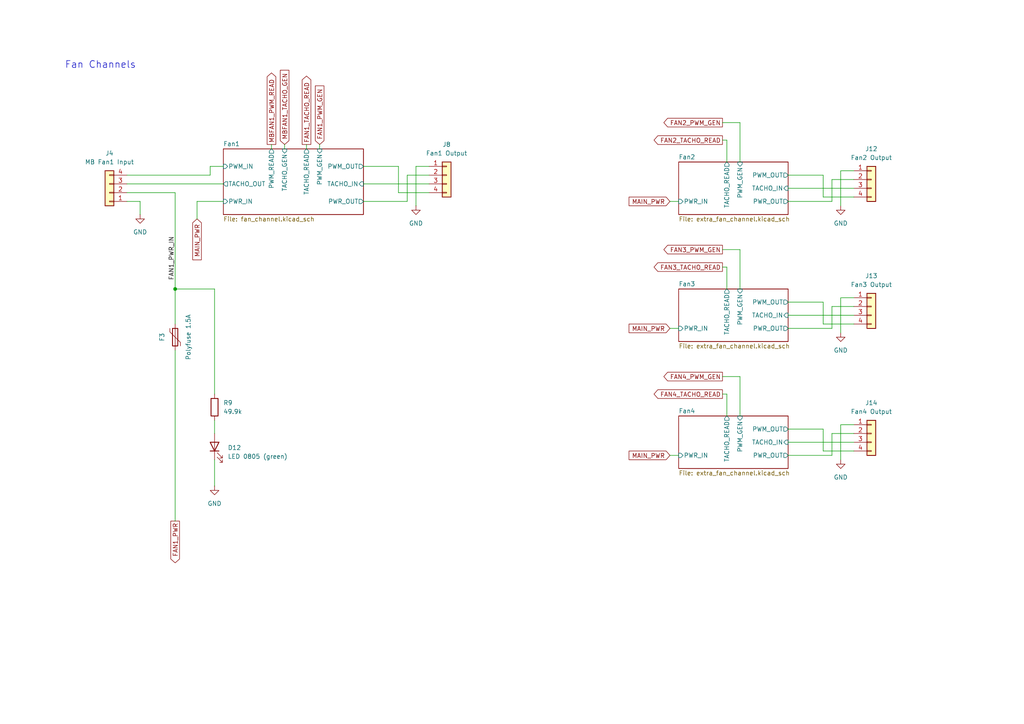
<source format=kicad_sch>
(kicad_sch (version 20231120) (generator "eeschema") (generator_version "8.0")
  (paper "A4")
  (title_block (title "FanPico-0401D v1.1") (date "2024-08-15") (company "Timo Kokkonen <tjko@iki.fi>") (comment 3 "Fanpico firmware reference PCB."))
  (lib_symbols
    (symbol "Connector_Generic:Conn_01x04" (pin_names (offset 1.016) hide)
      (property "Reference" "J" (at 0 5.08 0))
      (property "Value" "Conn_01x04" (at 0 -7.62 0))
      (symbol "Conn_01x04_1_1"
        (rectangle (start -1.27 -4.953) (end 0 -5.207) (stroke (width 0.1524)))
        (rectangle (start -1.27 -2.413) (end 0 -2.667) (stroke (width 0.1524)))
        (rectangle (start -1.27 0.127) (end 0 -0.127) (stroke (width 0.1524)))
        (rectangle (start -1.27 2.667) (end 0 2.413) (stroke (width 0.1524)))
        (rectangle (start -1.27 3.81) (end 1.27 -6.35) (stroke (width 0.254)) (fill (type background)))
        (pin passive line (at -5.08 2.54 0) (length 3.81) (name "Pin_1") (number "1"))
        (pin passive line (at -5.08 0 0) (length 3.81) (name "Pin_2") (number "2"))
        (pin passive line (at -5.08 -2.54 0) (length 3.81) (name "Pin_3") (number "3"))
        (pin passive line (at -5.08 -5.08 0) (length 3.81) (name "Pin_4") (number "4"))
      )
    )
    (symbol "Device:LED" (pin_numbers hide) (pin_names (offset 1.016) hide)
      (property "Reference" "D" (at 0 2.54 0))
      (property "Value" "LED" (at 0 -2.54 0))
      (symbol "LED_0_1"
        (polyline (pts (xy -1.27 -1.27) (xy -1.27 1.27)) (stroke (width 0.254)))
        (polyline (pts (xy -1.27 0) (xy 1.27 0)))
        (polyline (pts (xy 1.27 -1.27) (xy 1.27 1.27) (xy -1.27 0) (xy 1.27 -1.27)) (stroke (width 0.254)))
        (polyline (pts (xy -3.048 -0.762) (xy -4.572 -2.286) (xy -3.81 -2.286) (xy -4.572 -2.286) (xy -4.572 -1.524)))
        (polyline (pts (xy -1.778 -0.762) (xy -3.302 -2.286) (xy -2.54 -2.286) (xy -3.302 -2.286) (xy -3.302 -1.524)))
      )
      (symbol "LED_1_1"
        (pin passive line (at -3.81 0 0) (length 2.54) (name "K") (number "1"))
        (pin passive line (at 3.81 0 180) (length 2.54) (name "A") (number "2"))
      )
    )
    (symbol "Device:Polyfuse" (pin_numbers hide) (pin_names (offset 0))
      (property "Reference" "F" (at -2.54 0 90))
      (property "Value" "Polyfuse" (at 2.54 0 90))
      (symbol "Polyfuse_0_1"
        (rectangle (start -0.762 2.54) (end 0.762 -2.54) (stroke (width 0.254)))
        (polyline (pts (xy 0 2.54) (xy 0 -2.54)))
        (polyline (pts (xy -1.524 2.54) (xy -1.524 1.524) (xy 1.524 -1.524) (xy 1.524 -2.54)))
      )
      (symbol "Polyfuse_1_1"
        (pin passive line (at 0 3.81 270) (length 1.27) (name "~") (number "1"))
        (pin passive line (at 0 -3.81 90) (length 1.27) (name "~") (number "2"))
      )
    )
    (symbol "Device:R" (pin_numbers hide) (pin_names (offset 0))
      (property "Reference" "R" (at 2.032 0 90))
      (property "Value" "R" (at 0 0 90))
      (symbol "R_0_1"
        (rectangle (start -1.016 -2.54) (end 1.016 2.54) (stroke (width 0.254)))
      )
      (symbol "R_1_1"
        (pin passive line (at 0 3.81 270) (length 1.27) (name "~") (number "1"))
        (pin passive line (at 0 -3.81 90) (length 1.27) (name "~") (number "2"))
      )
    )
    (symbol "power:GND" (power) (pin_numbers hide) (pin_names (offset 0) hide)
      (property "Value" "GND" (at 0 -3.81 0))
      (symbol "GND_0_1"
        (polyline (pts (xy 0 0) (xy 0 -1.27) (xy 1.27 -1.27) (xy 0 -2.54) (xy -1.27 -1.27) (xy 0 -1.27)))
      )
      (symbol "GND_1_1"
        (pin power_in line (at 0 0 270) (length 0) (name "~") (number "1"))
      )
    )
  )
  (junction (at 50.8 83.82))
  (wire (pts (xy 228.6 95.25) (xy 241.3 95.25)))
  (wire (pts (xy 228.6 132.08) (xy 241.3 132.08)))
  (wire (pts (xy 228.6 54.61) (xy 247.65 54.61)))
  (wire (pts (xy 228.6 50.8) (xy 238.76 50.8)))
  (wire (pts (xy 241.3 132.08) (xy 241.3 125.73)))
  (wire (pts (xy 118.11 50.8) (xy 124.46 50.8)))
  (wire (pts (xy 228.6 124.46) (xy 238.76 124.46)))
  (wire (pts (xy 62.23 83.82) (xy 50.8 83.82)))
  (wire (pts (xy 238.76 93.98) (xy 247.65 93.98)))
  (wire (pts (xy 243.84 96.52) (xy 243.84 86.36)))
  (wire (pts (xy 78.74 41.91) (xy 78.74 43.18)))
  (wire (pts (xy 50.8 55.88) (xy 36.83 55.88)))
  (wire (pts (xy 62.23 83.82) (xy 62.23 114.3)))
  (wire (pts (xy 88.9 41.91) (xy 88.9 43.18)))
  (wire (pts (xy 238.76 57.15) (xy 247.65 57.15)))
  (wire (pts (xy 238.76 124.46) (xy 238.76 130.81)))
  (wire (pts (xy 57.15 63.5) (xy 57.15 58.42)))
  (wire (pts (xy 62.23 121.92) (xy 62.23 125.73)))
  (wire (pts (xy 214.63 109.22) (xy 209.55 109.22)))
  (wire (pts (xy 238.76 87.63) (xy 238.76 93.98)))
  (wire (pts (xy 214.63 109.22) (xy 214.63 120.65)))
  (wire (pts (xy 228.6 58.42) (xy 241.3 58.42)))
  (wire (pts (xy 228.6 87.63) (xy 238.76 87.63)))
  (wire (pts (xy 210.82 40.64) (xy 210.82 46.99)))
  (wire (pts (xy 115.57 48.26) (xy 115.57 55.88)))
  (wire (pts (xy 241.3 125.73) (xy 247.65 125.73)))
  (wire (pts (xy 238.76 130.81) (xy 247.65 130.81)))
  (wire (pts (xy 243.84 123.19) (xy 247.65 123.19)))
  (wire (pts (xy 228.6 128.27) (xy 247.65 128.27)))
  (wire (pts (xy 210.82 40.64) (xy 209.55 40.64)))
  (wire (pts (xy 105.41 58.42) (xy 118.11 58.42)))
  (wire (pts (xy 214.63 35.56) (xy 209.55 35.56)))
  (wire (pts (xy 36.83 50.8) (xy 60.96 50.8)))
  (wire (pts (xy 105.41 48.26) (xy 115.57 48.26)))
  (wire (pts (xy 243.84 86.36) (xy 247.65 86.36)))
  (wire (pts (xy 124.46 48.26) (xy 120.65 48.26)))
  (wire (pts (xy 214.63 72.39) (xy 214.63 83.82)))
  (wire (pts (xy 60.96 48.26) (xy 64.77 48.26)))
  (wire (pts (xy 115.57 55.88) (xy 124.46 55.88)))
  (wire (pts (xy 194.31 58.42) (xy 196.85 58.42)))
  (wire (pts (xy 214.63 72.39) (xy 209.55 72.39)))
  (wire (pts (xy 241.3 88.9) (xy 247.65 88.9)))
  (wire (pts (xy 194.31 132.08) (xy 196.85 132.08)))
  (wire (pts (xy 50.8 55.88) (xy 50.8 83.82)))
  (wire (pts (xy 105.41 53.34) (xy 124.46 53.34)))
  (wire (pts (xy 40.64 62.23) (xy 40.64 58.42)))
  (wire (pts (xy 243.84 59.69) (xy 243.84 49.53)))
  (wire (pts (xy 50.8 101.6) (xy 50.8 151.13)))
  (wire (pts (xy 228.6 91.44) (xy 247.65 91.44)))
  (wire (pts (xy 118.11 58.42) (xy 118.11 50.8)))
  (wire (pts (xy 210.82 114.3) (xy 210.82 120.65)))
  (wire (pts (xy 57.15 58.42) (xy 64.77 58.42)))
  (wire (pts (xy 40.64 58.42) (xy 36.83 58.42)))
  (wire (pts (xy 243.84 49.53) (xy 247.65 49.53)))
  (wire (pts (xy 243.84 133.35) (xy 243.84 123.19)))
  (wire (pts (xy 210.82 77.47) (xy 209.55 77.47)))
  (wire (pts (xy 238.76 50.8) (xy 238.76 57.15)))
  (wire (pts (xy 194.31 95.25) (xy 196.85 95.25)))
  (wire (pts (xy 241.3 95.25) (xy 241.3 88.9)))
  (wire (pts (xy 210.82 77.47) (xy 210.82 83.82)))
  (wire (pts (xy 62.23 133.35) (xy 62.23 140.97)))
  (wire (pts (xy 36.83 53.34) (xy 64.77 53.34)))
  (wire (pts (xy 60.96 50.8) (xy 60.96 48.26)))
  (wire (pts (xy 241.3 52.07) (xy 247.65 52.07)))
  (wire (pts (xy 82.55 41.91) (xy 82.55 43.18)))
  (wire (pts (xy 92.71 41.91) (xy 92.71 43.18)))
  (wire (pts (xy 210.82 114.3) (xy 209.55 114.3)))
  (wire (pts (xy 214.63 35.56) (xy 214.63 46.99)))
  (wire (pts (xy 120.65 48.26) (xy 120.65 59.69)))
  (wire (pts (xy 241.3 58.42) (xy 241.3 52.07)))
  (wire (pts (xy 50.8 83.82) (xy 50.8 93.98)))
  (text "Fan Channels" (at 18.796 20.066 0) (effects (font (size 2 2)) (justify left bottom)))
  (label "FAN1_PWR_IN" (at 50.8 81.28 90))
  (global_label "FAN1_PWM_GEN" (shape input) (at 92.71 41.91 90) (property "Intersheetrefs" "${INTERSHEET_REFS}" (effects (hide yes))))
  (global_label "MAIN_PWR" (shape input) (at 194.31 132.08 180) (property "Intersheetrefs" "${INTERSHEET_REFS}" (effects (hide yes))))
  (global_label "FAN1_TACHO_READ" (shape output) (at 88.9 41.91 90) (property "Intersheetrefs" "${INTERSHEET_REFS}" (effects (hide yes))))
  (global_label "FAN4_TACHO_READ" (shape output) (at 209.55 114.3 180) (property "Intersheetrefs" "${INTERSHEET_REFS}" (effects (hide yes))))
  (global_label "FAN2_TACHO_READ" (shape output) (at 209.55 40.64 180) (property "Intersheetrefs" "${INTERSHEET_REFS}" (effects (hide yes))))
  (global_label "FAN1_PWR" (shape output) (at 50.8 151.13 270) (property "Intersheetrefs" "${INTERSHEET_REFS}" (effects (hide yes))))
  (global_label "FAN4_PWM_GEN" (shape output) (at 209.55 109.22 180) (property "Intersheetrefs" "${INTERSHEET_REFS}" (effects (hide yes))))
  (global_label "FAN3_PWM_GEN" (shape output) (at 209.55 72.39 180) (property "Intersheetrefs" "${INTERSHEET_REFS}" (effects (hide yes))))
  (global_label "FAN3_TACHO_READ" (shape output) (at 209.55 77.47 180) (property "Intersheetrefs" "${INTERSHEET_REFS}" (effects (hide yes))))
  (global_label "MBFAN1_PWM_READ" (shape output) (at 78.74 41.91 90) (property "Intersheetrefs" "${INTERSHEET_REFS}" (effects (hide yes))))
  (global_label "MAIN_PWR" (shape input) (at 194.31 95.25 180) (property "Intersheetrefs" "${INTERSHEET_REFS}" (effects (hide yes))))
  (global_label "MBFAN1_TACHO_GEN" (shape input) (at 82.55 41.91 90) (property "Intersheetrefs" "${INTERSHEET_REFS}" (effects (hide yes))))
  (global_label "FAN2_PWM_GEN" (shape output) (at 209.55 35.56 180) (property "Intersheetrefs" "${INTERSHEET_REFS}" (effects (hide yes))))
  (global_label "MAIN_PWR" (shape input) (at 57.15 63.5 270) (property "Intersheetrefs" "${INTERSHEET_REFS}" (effects (hide yes))))
  (global_label "MAIN_PWR" (shape input) (at 194.31 58.42 180) (property "Intersheetrefs" "${INTERSHEET_REFS}" (effects (hide yes))))
  (symbol (lib_id "Connector_Generic:Conn_01x04") (at 129.54 50.8 0) (unit 1)
    (property "Reference" "J8" (at 129.54 41.91 0))
    (property "Value" "Fan1 Output" (at 129.54 44.45 0))
    (property "Footprint" "Connector:FanPinHeader_1x04_P2.54mm_Vertical" (effects (hide yes)))
    (property "Description" "Generic connector, single row, 01x04, script generated (kicad-library-utils/schlib/autogen/connector/)" (effects (hide yes)))
    (property "LCSC Part Number" "C240840" (effects (hide yes)))
    (property "Mouser Part Number" "538-47053-1000	" (effects (hide yes)))
  )
  (symbol (lib_id "Connector_Generic:Conn_01x04") (at 252.73 88.9 0) (unit 1)
    (property "Reference" "J13" (at 252.73 80.01 0))
    (property "Value" "Fan3 Output" (at 252.73 82.55 0))
    (property "Footprint" "Connector:FanPinHeader_1x04_P2.54mm_Vertical" (effects (hide yes)))
    (property "Description" "Generic connector, single row, 01x04, script generated (kicad-library-utils/schlib/autogen/connector/)" (effects (hide yes)))
    (property "LCSC Part Number" "C240840" (effects (hide yes)))
    (property "Mouser Part Number" "538-47053-1000	" (effects (hide yes)))
  )
  (symbol (lib_id "Device:LED") (at 62.23 129.54 90) (unit 1)
    (property "Reference" "D12" (at 66.04 129.8574 90) (effects (justify right)))
    (property "Value" "LED 0805 (green)" (at 66.04 132.3974 90) (effects (justify right)))
    (property "Footprint" "LED_SMD:LED_0805_2012Metric_Pad1.15x1.40mm_HandSolder" (effects (hide yes)))
    (property "Description" "Light emitting diode" (effects (hide yes)))
    (property "LCSC Part Number" "C434432" (effects (hide yes)))
    (property "Mouser Part Number" "710-150080GS75000" (effects (hide yes)))
  )
  (symbol (lib_id "Connector_Generic:Conn_01x04") (at 252.73 125.73 0) (unit 1)
    (property "Reference" "J14" (at 252.73 116.84 0))
    (property "Value" "Fan4 Output" (at 252.73 119.38 0))
    (property "Footprint" "Connector:FanPinHeader_1x04_P2.54mm_Vertical" (effects (hide yes)))
    (property "Description" "Generic connector, single row, 01x04, script generated (kicad-library-utils/schlib/autogen/connector/)" (effects (hide yes)))
    (property "LCSC Part Number" "C240840" (effects (hide yes)))
    (property "Mouser Part Number" "538-47053-1000	" (effects (hide yes)))
  )
  (symbol (lib_id "Connector_Generic:Conn_01x04") (at 252.73 52.07 0) (unit 1)
    (property "Reference" "J12" (at 252.73 43.18 0))
    (property "Value" "Fan2 Output" (at 252.73 45.72 0))
    (property "Footprint" "Connector:FanPinHeader_1x04_P2.54mm_Vertical" (effects (hide yes)))
    (property "Description" "Generic connector, single row, 01x04, script generated (kicad-library-utils/schlib/autogen/connector/)" (effects (hide yes)))
    (property "LCSC Part Number" "C240840" (effects (hide yes)))
    (property "Mouser Part Number" "538-47053-1000	" (effects (hide yes)))
  )
  (symbol (lib_id "power:GND") (at 40.64 62.23 0) (unit 1)
    (property "Reference" "#PWR017" (effects (hide yes)))
    (property "Value" "GND" (at 40.64 67.31 0))
    (property "Description" "Power symbol creates a global label with name \"GND\" , ground" (effects (hide yes)))
  )
  (symbol (lib_id "power:GND") (at 243.84 133.35 0) (unit 1)
    (property "Reference" "#PWR027" (effects (hide yes)))
    (property "Value" "GND" (at 243.84 138.43 0))
    (property "Description" "Power symbol creates a global label with name \"GND\" , ground" (effects (hide yes)))
  )
  (symbol (lib_id "power:GND") (at 243.84 96.52 0) (unit 1)
    (property "Reference" "#PWR026" (effects (hide yes)))
    (property "Value" "GND" (at 243.84 101.6 0))
    (property "Description" "Power symbol creates a global label with name \"GND\" , ground" (effects (hide yes)))
  )
  (symbol (lib_id "Device:Polyfuse") (at 50.8 97.79 180) (unit 1)
    (property "Reference" "F3" (at 46.99 97.79 90))
    (property "Value" "Polyfuse 1.5A" (at 54.61 97.79 90))
    (property "Footprint" "Fuse:Fuse_2920_7451Metric_Pad2.10x5.45mm_HandSolder" (effects (hide yes)))
    (property "Description" "Resettable fuse, polymeric positive temperature coefficient" (effects (hide yes)))
    (property "LCSC Part Number" "C70138 or C22447157" (effects (hide yes)))
  )
  (symbol (lib_id "Connector_Generic:Conn_01x04") (at 31.75 55.88 180) (unit 1)
    (property "Reference" "J4" (at 31.75 44.45 0))
    (property "Value" "MB Fan1 Input" (at 31.75 46.99 0))
    (property "Footprint" "Connector:FanPinHeader_1x04_P2.54mm_Vertical" (effects (hide yes)))
    (property "Description" "Generic connector, single row, 01x04, script generated (kicad-library-utils/schlib/autogen/connector/)" (effects (hide yes)))
    (property "LCSC Part Number" "C240840" (effects (hide yes)))
    (property "Mouser Part Number" "538-47053-1000	" (effects (hide yes)))
  )
  (symbol (lib_id "power:GND") (at 120.65 59.69 0) (unit 1)
    (property "Reference" "#PWR021" (effects (hide yes)))
    (property "Value" "GND" (at 120.65 64.77 0))
    (property "Description" "Power symbol creates a global label with name \"GND\" , ground" (effects (hide yes)))
  )
  (symbol (lib_id "power:GND") (at 243.84 59.69 0) (unit 1)
    (property "Reference" "#PWR025" (effects (hide yes)))
    (property "Value" "GND" (at 243.84 64.77 0))
    (property "Description" "Power symbol creates a global label with name \"GND\" , ground" (effects (hide yes)))
  )
  (symbol (lib_id "Device:R") (at 62.23 118.11 0) (unit 1)
    (property "Reference" "R9" (at 64.77 116.8399 0) (effects (justify left)))
    (property "Value" "49.9k" (at 64.77 119.3799 0) (effects (justify left)))
    (property "Footprint" "Resistor_SMD:R_0603_1608Metric_Pad0.98x0.95mm_HandSolder" (effects (hide yes)))
    (property "Description" "Resistor" (effects (hide yes)))
    (property "LCSC Part Number" "C114624" (effects (hide yes)))
  )
  (symbol (lib_id "power:GND") (at 62.23 140.97 0) (unit 1)
    (property "Reference" "#PWR09" (effects (hide yes)))
    (property "Value" "GND" (at 62.23 146.05 0))
    (property "Description" "Power symbol creates a global label with name \"GND\" , ground" (effects (hide yes)))
  )
  (sheet (at 196.85 83.82) (size 31.75 15.24) (stroke (width 0.1524))
    (property "Sheetname" "Fan3" (at 196.85 83.1084 0) (effects (justify left bottom)))
    (property "Sheetfile" "extra_fan_channel.kicad_sch" (at 196.85 99.6446 0) (effects (justify left top)))
    (pin "TACHO_IN" input (at 228.6 91.44 0))
    (pin "PWM_OUT" output (at 228.6 87.63 0))
    (pin "PWR_OUT" output (at 228.6 95.25 0))
    (pin "PWM_GEN" input (at 214.63 83.82 90))
    (pin "TACHO_READ" output (at 210.82 83.82 90))
    (pin "PWR_IN" input (at 196.85 95.25 180))
  )
  (sheet (at 196.85 120.65) (size 31.75 15.24) (stroke (width 0.1524))
    (property "Sheetname" "Fan4" (at 196.85 119.9384 0) (effects (justify left bottom)))
    (property "Sheetfile" "extra_fan_channel.kicad_sch" (at 196.85 136.4746 0) (effects (justify left top)))
    (pin "TACHO_IN" input (at 228.6 128.27 0))
    (pin "PWM_OUT" output (at 228.6 124.46 0))
    (pin "PWR_OUT" output (at 228.6 132.08 0))
    (pin "PWM_GEN" input (at 214.63 120.65 90))
    (pin "TACHO_READ" output (at 210.82 120.65 90))
    (pin "PWR_IN" input (at 196.85 132.08 180))
  )
  (sheet (at 64.77 43.18) (size 40.64 19.05) (stroke (width 0.1524))
    (property "Sheetname" "Fan1" (at 64.77 42.4684 0) (effects (justify left bottom)))
    (property "Sheetfile" "fan_channel.kicad_sch" (at 64.77 62.8146 0) (effects (justify left top)))
    (pin "TACHO_IN" input (at 105.41 53.34 0))
    (pin "PWM_OUT" output (at 105.41 48.26 0))
    (pin "PWR_OUT" output (at 105.41 58.42 0))
    (pin "TACHO_READ" output (at 88.9 43.18 90))
    (pin "TACHO_GEN" input (at 82.55 43.18 90))
    (pin "PWM_GEN" input (at 92.71 43.18 90))
    (pin "PWM_READ" output (at 78.74 43.18 90))
    (pin "PWR_IN" input (at 64.77 58.42 180))
    (pin "PWM_IN" input (at 64.77 48.26 180))
    (pin "TACHO_OUT" output (at 64.77 53.34 180))
  )
  (sheet (at 196.85 46.99) (size 31.75 15.24) (stroke (width 0.1524))
    (property "Sheetname" "Fan2" (at 196.85 46.2784 0) (effects (justify left bottom)))
    (property "Sheetfile" "extra_fan_channel.kicad_sch" (at 196.85 62.8146 0) (effects (justify left top)))
    (pin "TACHO_IN" input (at 228.6 54.61 0))
    (pin "PWM_OUT" output (at 228.6 50.8 0))
    (pin "PWR_OUT" output (at 228.6 58.42 0))
    (pin "PWM_GEN" input (at 214.63 46.99 90))
    (pin "TACHO_READ" output (at 210.82 46.99 90))
    (pin "PWR_IN" input (at 196.85 58.42 180))
  )
)
</source>
